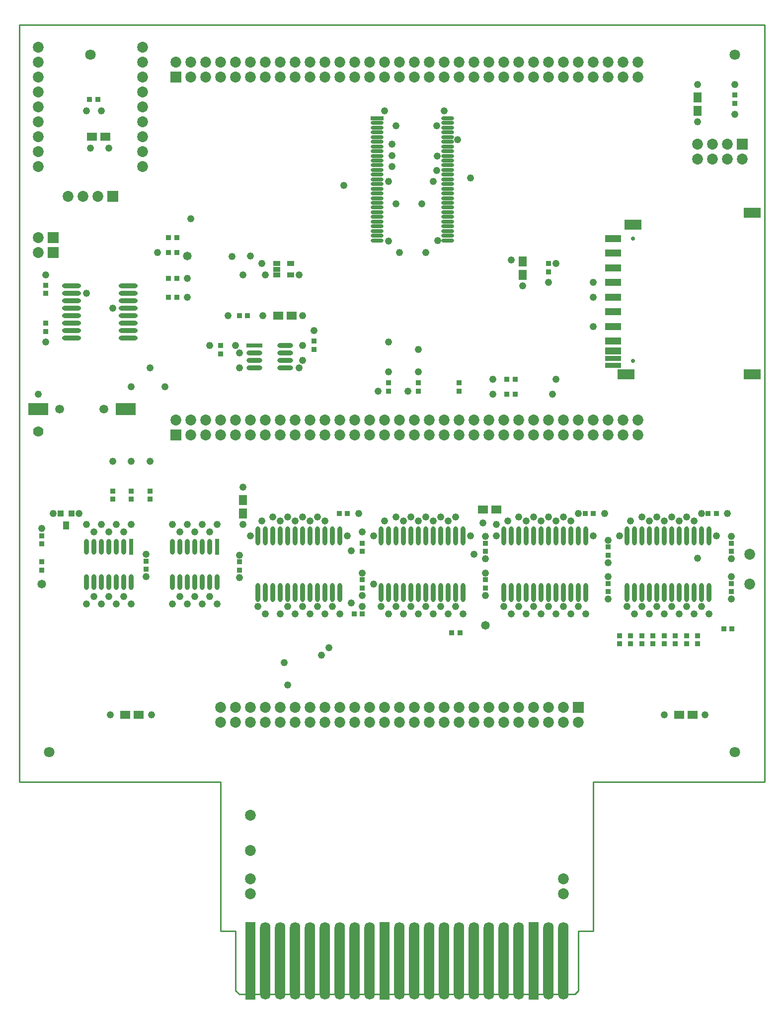
<source format=gts>
G04*
G04 #@! TF.GenerationSoftware,Altium Limited,CircuitStudio,1.5.2 (30)*
G04*
G04 Layer_Color=26367*
%FSLAX25Y25*%
%MOIN*%
G70*
G01*
G75*
%ADD33C,0.01000*%
%ADD59O,0.03200X0.12737*%
%ADD60C,0.07000*%
%ADD61R,0.03800X0.03800*%
%ADD62R,0.13811X0.08300*%
%ADD63O,0.12737X0.03200*%
%ADD64R,0.10642X0.03162*%
%ADD65O,0.10642X0.03162*%
%ADD66O,0.07000X0.52000*%
%ADD67R,0.07000X0.52000*%
%ADD68R,0.04737X0.03556*%
%ADD69R,0.04400X0.05800*%
%ADD70R,0.04400X0.04400*%
%ADD71R,0.08674X0.02572*%
%ADD72O,0.08674X0.02572*%
%ADD73R,0.03162X0.10642*%
%ADD74O,0.03162X0.10642*%
%ADD75R,0.11824X0.06706*%
%ADD76R,0.10642X0.04737*%
%ADD77R,0.10642X0.03753*%
%ADD78R,0.05800X0.06800*%
%ADD79R,0.06800X0.05800*%
%ADD80R,0.03800X0.03800*%
%ADD81C,0.07300*%
%ADD82R,0.07300X0.07300*%
%ADD83C,0.05937*%
%ADD84C,0.02769*%
%ADD85C,0.07100*%
%ADD86R,0.07300X0.07300*%
%ADD87C,0.04800*%
%ADD88C,0.05800*%
D33*
X755000Y1212500D02*
Y1720000D01*
X640000Y1112500D02*
Y1212500D01*
X390000Y1112500D02*
Y1212500D01*
X640000D02*
X755000D01*
X255000D02*
X390000D01*
X400000Y1072500D02*
X402500Y1070000D01*
X627500D02*
X630000Y1072500D01*
X255000Y1212500D02*
Y1720000D01*
X755000D01*
X390000Y1112500D02*
X400000D01*
Y1072500D02*
Y1112500D01*
X402500Y1070000D02*
X627500D01*
X630000Y1072500D02*
Y1112500D01*
X640000D01*
D59*
X470000Y1377500D02*
D03*
X420000D02*
D03*
X415000D02*
D03*
Y1339500D02*
D03*
X465000Y1377500D02*
D03*
X460000D02*
D03*
X455000D02*
D03*
X450000D02*
D03*
X445000D02*
D03*
X440000D02*
D03*
X435000D02*
D03*
X430000D02*
D03*
X425000D02*
D03*
X460000Y1339500D02*
D03*
X465000D02*
D03*
X470000D02*
D03*
X455000D02*
D03*
X445000D02*
D03*
X450000D02*
D03*
X425000D02*
D03*
X440000D02*
D03*
X435000D02*
D03*
X430000D02*
D03*
X420000D02*
D03*
X717500Y1377500D02*
D03*
X667500D02*
D03*
X662500D02*
D03*
Y1339500D02*
D03*
X712500Y1377500D02*
D03*
X707500D02*
D03*
X702500D02*
D03*
X697500D02*
D03*
X692500D02*
D03*
X687500D02*
D03*
X682500D02*
D03*
X677500D02*
D03*
X672500D02*
D03*
X707500Y1339500D02*
D03*
X712500D02*
D03*
X717500D02*
D03*
X702500D02*
D03*
X692500D02*
D03*
X697500D02*
D03*
X672500D02*
D03*
X687500D02*
D03*
X682500D02*
D03*
X677500D02*
D03*
X667500D02*
D03*
X552500Y1377500D02*
D03*
X502500D02*
D03*
X497500D02*
D03*
Y1339500D02*
D03*
X547500Y1377500D02*
D03*
X542500D02*
D03*
X537500D02*
D03*
X532500D02*
D03*
X527500D02*
D03*
X522500D02*
D03*
X517500D02*
D03*
X512500D02*
D03*
X507500D02*
D03*
X542500Y1339500D02*
D03*
X547500D02*
D03*
X552500D02*
D03*
X537500D02*
D03*
X527500D02*
D03*
X532500D02*
D03*
X507500D02*
D03*
X522500D02*
D03*
X517500D02*
D03*
X512500D02*
D03*
X502500D02*
D03*
X635000Y1377500D02*
D03*
X585000D02*
D03*
X580000D02*
D03*
Y1339500D02*
D03*
X630000Y1377500D02*
D03*
X625000D02*
D03*
X620000D02*
D03*
X615000D02*
D03*
X610000D02*
D03*
X605000D02*
D03*
X600000D02*
D03*
X595000D02*
D03*
X590000D02*
D03*
X625000Y1339500D02*
D03*
X630000D02*
D03*
X635000D02*
D03*
X620000D02*
D03*
X610000D02*
D03*
X615000D02*
D03*
X590000D02*
D03*
X605000D02*
D03*
X600000D02*
D03*
X595000D02*
D03*
X585000D02*
D03*
D60*
X267500Y1447500D02*
D03*
D61*
X272500Y1514500D02*
D03*
Y1520000D02*
D03*
Y1545500D02*
D03*
Y1540000D02*
D03*
X550000Y1480000D02*
D03*
Y1474500D02*
D03*
X735000Y1667500D02*
D03*
Y1673000D02*
D03*
X650000Y1364500D02*
D03*
Y1370000D02*
D03*
Y1340000D02*
D03*
Y1345500D02*
D03*
X567500Y1367000D02*
D03*
Y1372500D02*
D03*
Y1342500D02*
D03*
Y1348000D02*
D03*
X485000Y1367000D02*
D03*
Y1372500D02*
D03*
Y1342500D02*
D03*
Y1348000D02*
D03*
X732500Y1367000D02*
D03*
Y1372500D02*
D03*
Y1340000D02*
D03*
Y1345500D02*
D03*
X402500Y1354500D02*
D03*
Y1360000D02*
D03*
X340000Y1355000D02*
D03*
Y1360500D02*
D03*
X270000Y1360000D02*
D03*
Y1354500D02*
D03*
Y1377500D02*
D03*
Y1372000D02*
D03*
X342500Y1407500D02*
D03*
Y1402000D02*
D03*
X317500Y1407500D02*
D03*
Y1402000D02*
D03*
X330000Y1407500D02*
D03*
Y1402000D02*
D03*
X390000Y1505000D02*
D03*
Y1499500D02*
D03*
X452500Y1502500D02*
D03*
Y1508000D02*
D03*
X610000Y1560000D02*
D03*
Y1554500D02*
D03*
X502500Y1480000D02*
D03*
Y1474500D02*
D03*
X522500Y1480000D02*
D03*
Y1474500D02*
D03*
X657500Y1310500D02*
D03*
Y1305000D02*
D03*
X710000Y1310500D02*
D03*
Y1305000D02*
D03*
X702500Y1310500D02*
D03*
Y1305000D02*
D03*
X665000Y1310500D02*
D03*
Y1305000D02*
D03*
X672500Y1310500D02*
D03*
Y1305000D02*
D03*
X680000Y1310500D02*
D03*
Y1305000D02*
D03*
X687500Y1310500D02*
D03*
Y1305000D02*
D03*
X695000Y1310500D02*
D03*
Y1305000D02*
D03*
D62*
X326161Y1462500D02*
D03*
X267500D02*
D03*
D63*
X290000Y1545000D02*
D03*
Y1540000D02*
D03*
Y1535000D02*
D03*
Y1530000D02*
D03*
Y1525000D02*
D03*
Y1520000D02*
D03*
Y1515000D02*
D03*
Y1510000D02*
D03*
X328000Y1535000D02*
D03*
Y1540000D02*
D03*
Y1545000D02*
D03*
Y1530000D02*
D03*
Y1520000D02*
D03*
Y1525000D02*
D03*
Y1515000D02*
D03*
Y1510000D02*
D03*
D64*
X412500Y1505000D02*
D03*
D65*
Y1500000D02*
D03*
Y1495000D02*
D03*
Y1490000D02*
D03*
X433287Y1505000D02*
D03*
Y1500000D02*
D03*
Y1495000D02*
D03*
Y1490000D02*
D03*
D66*
X620000Y1092500D02*
D03*
X610000D02*
D03*
X590000D02*
D03*
X580000D02*
D03*
X570000D02*
D03*
X560000D02*
D03*
X550000D02*
D03*
X540000D02*
D03*
X530000D02*
D03*
X520000D02*
D03*
X510000D02*
D03*
X490000D02*
D03*
X480000D02*
D03*
X470000D02*
D03*
X460000D02*
D03*
X450000D02*
D03*
X440000D02*
D03*
X430000D02*
D03*
X420000D02*
D03*
D67*
X600000D02*
D03*
X500000D02*
D03*
X410000D02*
D03*
D68*
X436949Y1552520D02*
D03*
Y1560000D02*
D03*
X427500Y1552520D02*
D03*
Y1556260D02*
D03*
Y1560000D02*
D03*
D69*
X286200Y1384500D02*
D03*
D70*
X290000Y1392500D02*
D03*
X282500D02*
D03*
D71*
X495000Y1657500D02*
D03*
D72*
Y1654350D02*
D03*
Y1651201D02*
D03*
Y1648051D02*
D03*
Y1644902D02*
D03*
Y1641752D02*
D03*
Y1638602D02*
D03*
Y1635453D02*
D03*
Y1632303D02*
D03*
Y1629153D02*
D03*
Y1626004D02*
D03*
Y1622854D02*
D03*
Y1619705D02*
D03*
Y1616555D02*
D03*
Y1613405D02*
D03*
Y1610256D02*
D03*
Y1607106D02*
D03*
Y1603957D02*
D03*
Y1600807D02*
D03*
Y1597657D02*
D03*
Y1594508D02*
D03*
Y1591358D02*
D03*
Y1588209D02*
D03*
Y1585059D02*
D03*
Y1581909D02*
D03*
Y1578760D02*
D03*
Y1575610D02*
D03*
X542244Y1657500D02*
D03*
Y1654350D02*
D03*
Y1651201D02*
D03*
Y1648051D02*
D03*
Y1644902D02*
D03*
Y1641752D02*
D03*
Y1638602D02*
D03*
Y1635453D02*
D03*
Y1632303D02*
D03*
Y1629153D02*
D03*
Y1626004D02*
D03*
Y1622854D02*
D03*
Y1619705D02*
D03*
Y1616555D02*
D03*
Y1613405D02*
D03*
Y1610256D02*
D03*
Y1607106D02*
D03*
Y1603957D02*
D03*
Y1600807D02*
D03*
Y1597657D02*
D03*
Y1594508D02*
D03*
Y1591358D02*
D03*
Y1588209D02*
D03*
Y1585059D02*
D03*
Y1581909D02*
D03*
Y1578760D02*
D03*
Y1575610D02*
D03*
D73*
X330000Y1370000D02*
D03*
X387500D02*
D03*
D74*
X325000D02*
D03*
X320000D02*
D03*
X315000D02*
D03*
X310000D02*
D03*
X305000D02*
D03*
X300000D02*
D03*
X330000Y1346378D02*
D03*
X325000D02*
D03*
X320000D02*
D03*
X315000D02*
D03*
X310000D02*
D03*
X305000D02*
D03*
X300000D02*
D03*
X382500Y1370000D02*
D03*
X377500D02*
D03*
X372500D02*
D03*
X367500D02*
D03*
X362500D02*
D03*
X357500D02*
D03*
X387500Y1346378D02*
D03*
X382500D02*
D03*
X377500D02*
D03*
X372500D02*
D03*
X367500D02*
D03*
X362500D02*
D03*
X357500D02*
D03*
D75*
X662057Y1485768D02*
D03*
X746703D02*
D03*
Y1594232D02*
D03*
X666486Y1586260D02*
D03*
D76*
X653297Y1576910D02*
D03*
Y1501595D02*
D03*
Y1508287D02*
D03*
Y1517854D02*
D03*
Y1527697D02*
D03*
Y1537539D02*
D03*
Y1547382D02*
D03*
Y1557224D02*
D03*
Y1567067D02*
D03*
D77*
Y1496476D02*
D03*
Y1491752D02*
D03*
D78*
X592500Y1552500D02*
D03*
Y1561500D02*
D03*
X710000Y1671500D02*
D03*
Y1662500D02*
D03*
X405000Y1392500D02*
D03*
Y1401500D02*
D03*
D79*
X575000Y1395000D02*
D03*
X566000D02*
D03*
X335000Y1257500D02*
D03*
X326000D02*
D03*
X697500D02*
D03*
X706500D02*
D03*
X437500Y1525000D02*
D03*
X428500D02*
D03*
X303500Y1645000D02*
D03*
X312500D02*
D03*
D80*
X469500Y1392500D02*
D03*
X475000D02*
D03*
X717000D02*
D03*
X722500D02*
D03*
X634500D02*
D03*
X640000D02*
D03*
X479500Y1325000D02*
D03*
X485000D02*
D03*
X727500Y1315000D02*
D03*
X733000D02*
D03*
X545000Y1312500D02*
D03*
X550500D02*
D03*
X402500Y1525000D02*
D03*
X408000D02*
D03*
X307500Y1670000D02*
D03*
X302000D02*
D03*
X355000Y1537500D02*
D03*
X360500D02*
D03*
X355000Y1550000D02*
D03*
X360500D02*
D03*
X587500Y1482500D02*
D03*
X582000D02*
D03*
X587500Y1472500D02*
D03*
X582000D02*
D03*
X355000Y1577500D02*
D03*
X360500D02*
D03*
X355000Y1567500D02*
D03*
X360500D02*
D03*
D81*
X670000Y1455000D02*
D03*
Y1445000D02*
D03*
X660000Y1455000D02*
D03*
Y1445000D02*
D03*
X650000Y1455000D02*
D03*
Y1445000D02*
D03*
X640000Y1455000D02*
D03*
Y1445000D02*
D03*
X630000Y1455000D02*
D03*
Y1445000D02*
D03*
X620000Y1455000D02*
D03*
Y1445000D02*
D03*
X610000Y1455000D02*
D03*
Y1445000D02*
D03*
X600000Y1455000D02*
D03*
Y1445000D02*
D03*
X590000Y1455000D02*
D03*
Y1445000D02*
D03*
X580000Y1455000D02*
D03*
Y1445000D02*
D03*
X570000Y1455000D02*
D03*
Y1445000D02*
D03*
X560000Y1455000D02*
D03*
Y1445000D02*
D03*
X550000Y1455000D02*
D03*
Y1445000D02*
D03*
X540000Y1455000D02*
D03*
Y1445000D02*
D03*
X530000Y1455000D02*
D03*
Y1445000D02*
D03*
X520000Y1455000D02*
D03*
Y1445000D02*
D03*
X510000Y1455000D02*
D03*
Y1445000D02*
D03*
X500000Y1455000D02*
D03*
Y1445000D02*
D03*
X490000Y1455000D02*
D03*
Y1445000D02*
D03*
X480000Y1455000D02*
D03*
Y1445000D02*
D03*
X470000Y1455000D02*
D03*
Y1445000D02*
D03*
X460000Y1455000D02*
D03*
Y1445000D02*
D03*
X450000Y1455000D02*
D03*
Y1445000D02*
D03*
X440000Y1455000D02*
D03*
Y1445000D02*
D03*
X430000Y1455000D02*
D03*
Y1445000D02*
D03*
X420000Y1455000D02*
D03*
Y1445000D02*
D03*
X410000Y1455000D02*
D03*
Y1445000D02*
D03*
X400000Y1455000D02*
D03*
Y1445000D02*
D03*
X390000Y1455000D02*
D03*
Y1445000D02*
D03*
X380000Y1455000D02*
D03*
Y1445000D02*
D03*
X370000Y1455000D02*
D03*
Y1445000D02*
D03*
X360000Y1455000D02*
D03*
X670000Y1695000D02*
D03*
Y1685000D02*
D03*
X660000Y1695000D02*
D03*
Y1685000D02*
D03*
X650000Y1695000D02*
D03*
Y1685000D02*
D03*
X640000Y1695000D02*
D03*
Y1685000D02*
D03*
X630000Y1695000D02*
D03*
Y1685000D02*
D03*
X620000Y1695000D02*
D03*
Y1685000D02*
D03*
X610000Y1695000D02*
D03*
Y1685000D02*
D03*
X600000Y1695000D02*
D03*
Y1685000D02*
D03*
X590000Y1695000D02*
D03*
Y1685000D02*
D03*
X580000Y1695000D02*
D03*
Y1685000D02*
D03*
X570000Y1695000D02*
D03*
Y1685000D02*
D03*
X560000Y1695000D02*
D03*
Y1685000D02*
D03*
X550000Y1695000D02*
D03*
Y1685000D02*
D03*
X540000Y1695000D02*
D03*
Y1685000D02*
D03*
X530000Y1695000D02*
D03*
Y1685000D02*
D03*
X520000Y1695000D02*
D03*
Y1685000D02*
D03*
X510000Y1695000D02*
D03*
Y1685000D02*
D03*
X500000Y1695000D02*
D03*
Y1685000D02*
D03*
X490000Y1695000D02*
D03*
Y1685000D02*
D03*
X480000Y1695000D02*
D03*
Y1685000D02*
D03*
X470000Y1695000D02*
D03*
Y1685000D02*
D03*
X460000Y1695000D02*
D03*
Y1685000D02*
D03*
X450000Y1695000D02*
D03*
Y1685000D02*
D03*
X440000Y1695000D02*
D03*
Y1685000D02*
D03*
X430000Y1695000D02*
D03*
Y1685000D02*
D03*
X420000Y1695000D02*
D03*
Y1685000D02*
D03*
X410000Y1695000D02*
D03*
Y1685000D02*
D03*
X400000Y1695000D02*
D03*
Y1685000D02*
D03*
X390000Y1695000D02*
D03*
Y1685000D02*
D03*
X380000Y1695000D02*
D03*
Y1685000D02*
D03*
X370000Y1695000D02*
D03*
Y1685000D02*
D03*
X360000Y1695000D02*
D03*
X740000Y1630000D02*
D03*
X730000Y1640000D02*
D03*
Y1630000D02*
D03*
X720000Y1640000D02*
D03*
Y1630000D02*
D03*
X710000Y1640000D02*
D03*
Y1630000D02*
D03*
X630000Y1252500D02*
D03*
X620000Y1262500D02*
D03*
Y1252500D02*
D03*
X400000Y1262500D02*
D03*
Y1252500D02*
D03*
X390000Y1262500D02*
D03*
Y1252500D02*
D03*
X420000Y1262500D02*
D03*
Y1252500D02*
D03*
X410000Y1262500D02*
D03*
Y1252500D02*
D03*
X610000Y1262500D02*
D03*
Y1252500D02*
D03*
X600000Y1262500D02*
D03*
Y1252500D02*
D03*
X590000Y1262500D02*
D03*
Y1252500D02*
D03*
X580000Y1262500D02*
D03*
Y1252500D02*
D03*
X570000Y1262500D02*
D03*
Y1252500D02*
D03*
X560000Y1262500D02*
D03*
Y1252500D02*
D03*
X550000Y1262500D02*
D03*
Y1252500D02*
D03*
X540000Y1262500D02*
D03*
Y1252500D02*
D03*
X530000Y1262500D02*
D03*
Y1252500D02*
D03*
X520000Y1262500D02*
D03*
Y1252500D02*
D03*
X510000Y1262500D02*
D03*
Y1252500D02*
D03*
X500000Y1262500D02*
D03*
Y1252500D02*
D03*
X490000Y1262500D02*
D03*
Y1252500D02*
D03*
X480000Y1262500D02*
D03*
Y1252500D02*
D03*
X470000Y1262500D02*
D03*
Y1252500D02*
D03*
X460000Y1262500D02*
D03*
Y1252500D02*
D03*
X450000Y1262500D02*
D03*
Y1252500D02*
D03*
X440000Y1262500D02*
D03*
Y1252500D02*
D03*
X430000Y1262500D02*
D03*
Y1252500D02*
D03*
X267500Y1705000D02*
D03*
Y1695000D02*
D03*
Y1685000D02*
D03*
Y1675000D02*
D03*
Y1665000D02*
D03*
Y1655000D02*
D03*
Y1645000D02*
D03*
Y1635000D02*
D03*
Y1625000D02*
D03*
X337500Y1705000D02*
D03*
Y1695000D02*
D03*
Y1685000D02*
D03*
Y1675000D02*
D03*
Y1665000D02*
D03*
Y1655000D02*
D03*
Y1645000D02*
D03*
Y1635000D02*
D03*
Y1625000D02*
D03*
X287500Y1605000D02*
D03*
X297500D02*
D03*
X307500D02*
D03*
X410000Y1147500D02*
D03*
Y1137500D02*
D03*
X620000D02*
D03*
Y1147500D02*
D03*
X267500Y1577500D02*
D03*
Y1567500D02*
D03*
X410000Y1166378D02*
D03*
Y1190000D02*
D03*
X745000Y1365000D02*
D03*
Y1345000D02*
D03*
D82*
X360000Y1445000D02*
D03*
Y1685000D02*
D03*
X740000Y1640000D02*
D03*
X630000Y1262500D02*
D03*
X317500Y1605000D02*
D03*
D83*
X311595Y1462500D02*
D03*
X282067D02*
D03*
D84*
X666486Y1576910D02*
D03*
Y1494724D02*
D03*
D85*
X302500Y1700000D02*
D03*
X275000Y1232500D02*
D03*
X735000D02*
D03*
X735000Y1700000D02*
D03*
D86*
X277500Y1577500D02*
D03*
Y1567500D02*
D03*
D87*
X317500Y1530000D02*
D03*
X342500Y1490000D02*
D03*
X330000Y1477500D02*
D03*
X267500Y1472500D02*
D03*
X300000Y1540000D02*
D03*
X367500Y1537500D02*
D03*
Y1550000D02*
D03*
X397480Y1564980D02*
D03*
X410000Y1565000D02*
D03*
X272500Y1552500D02*
D03*
Y1507500D02*
D03*
X452500Y1515000D02*
D03*
X402500Y1500000D02*
D03*
X400000Y1505000D02*
D03*
X402500Y1490000D02*
D03*
X640118Y1517854D02*
D03*
X640039Y1537539D02*
D03*
X640118Y1547382D02*
D03*
X277500Y1392500D02*
D03*
X330000Y1427500D02*
D03*
X342500D02*
D03*
X317500D02*
D03*
X567500Y1377000D02*
D03*
X650000Y1374500D02*
D03*
X732500Y1377000D02*
D03*
X722500Y1377500D02*
D03*
X640000D02*
D03*
X557500D02*
D03*
X475000D02*
D03*
X566000Y1386000D02*
D03*
X445000Y1505000D02*
D03*
X395000Y1525000D02*
D03*
X445000D02*
D03*
X560000Y1365000D02*
D03*
X405000Y1410000D02*
D03*
X485000Y1380000D02*
D03*
X382500Y1505000D02*
D03*
X302500Y1637500D02*
D03*
X310000Y1662500D02*
D03*
X710000Y1362500D02*
D03*
X717500Y1325000D02*
D03*
X635000D02*
D03*
X552500D02*
D03*
X470000D02*
D03*
X387500Y1331878D02*
D03*
X330000D02*
D03*
X485000Y1337500D02*
D03*
X340000Y1350000D02*
D03*
X567500Y1337500D02*
D03*
X650000Y1335000D02*
D03*
X732500D02*
D03*
X715000Y1257500D02*
D03*
X316000D02*
D03*
X402500Y1349500D02*
D03*
X585000Y1562500D02*
D03*
X592500Y1545000D02*
D03*
X610000Y1547500D02*
D03*
X615000Y1560000D02*
D03*
X572500Y1482500D02*
D03*
Y1472500D02*
D03*
X300000Y1662500D02*
D03*
X315000Y1637500D02*
D03*
X477500Y1367500D02*
D03*
X402500Y1364500D02*
D03*
X343500Y1257500D02*
D03*
X687500D02*
D03*
X418250Y1525000D02*
D03*
X445000Y1495000D02*
D03*
X442500Y1490000D02*
D03*
X460000Y1387500D02*
D03*
X455000Y1390000D02*
D03*
X450000Y1387500D02*
D03*
X445000Y1390000D02*
D03*
X440000Y1387500D02*
D03*
X435000Y1390000D02*
D03*
X430000Y1387500D02*
D03*
X425000Y1390000D02*
D03*
X547500D02*
D03*
X542500Y1387500D02*
D03*
X537500Y1390000D02*
D03*
X532500Y1387500D02*
D03*
X527500Y1390000D02*
D03*
X522500Y1387500D02*
D03*
X517500Y1390000D02*
D03*
X512500Y1387500D02*
D03*
X507500Y1390000D02*
D03*
X630000Y1392500D02*
D03*
X625000Y1387500D02*
D03*
X620000Y1390000D02*
D03*
X615000Y1387500D02*
D03*
X610000Y1390000D02*
D03*
X605000Y1387500D02*
D03*
X600000Y1390000D02*
D03*
X595000Y1387500D02*
D03*
X590000Y1390000D02*
D03*
X712500Y1392500D02*
D03*
X707500Y1387500D02*
D03*
X702500Y1390000D02*
D03*
X697500Y1387500D02*
D03*
X692500Y1390000D02*
D03*
X687500Y1387500D02*
D03*
X682500Y1390000D02*
D03*
X677500Y1387500D02*
D03*
X672500Y1390000D02*
D03*
X300000Y1331878D02*
D03*
X315000Y1336878D02*
D03*
X575000Y1385000D02*
D03*
X405000D02*
D03*
X482500Y1392500D02*
D03*
X410000Y1377500D02*
D03*
X417500Y1387500D02*
D03*
X492500Y1377500D02*
D03*
X500000Y1387500D02*
D03*
X647500Y1392500D02*
D03*
X582500Y1387500D02*
D03*
X575000Y1377500D02*
D03*
X657500D02*
D03*
X665000Y1387500D02*
D03*
X730000Y1392500D02*
D03*
X732500Y1350000D02*
D03*
Y1362000D02*
D03*
X650000Y1359500D02*
D03*
Y1350000D02*
D03*
X567500Y1362000D02*
D03*
Y1352500D02*
D03*
X270000Y1382500D02*
D03*
X340000Y1365000D02*
D03*
X485000Y1330000D02*
D03*
X477500Y1332500D02*
D03*
X492500Y1345000D02*
D03*
X485000Y1352500D02*
D03*
X325000Y1336878D02*
D03*
X320000Y1331878D02*
D03*
X310000D02*
D03*
X305000Y1336878D02*
D03*
X300000Y1385000D02*
D03*
X305000Y1380000D02*
D03*
X310000Y1385000D02*
D03*
X315000Y1380000D02*
D03*
X320000Y1385000D02*
D03*
X330000D02*
D03*
X325000Y1380000D02*
D03*
X377500Y1385000D02*
D03*
X295000Y1392500D02*
D03*
X435000Y1277500D02*
D03*
X357500Y1385000D02*
D03*
X362500Y1380000D02*
D03*
X367500Y1385000D02*
D03*
X372500Y1380000D02*
D03*
X387500Y1385000D02*
D03*
X382500Y1380000D02*
D03*
X432500Y1292500D02*
D03*
X457500Y1297500D02*
D03*
X462500Y1302500D02*
D03*
X357500Y1331878D02*
D03*
X362500Y1336878D02*
D03*
X367500Y1331878D02*
D03*
X372500Y1336878D02*
D03*
X377500Y1331878D02*
D03*
X382500Y1336878D02*
D03*
X415000Y1330000D02*
D03*
X420000Y1325000D02*
D03*
X430000D02*
D03*
X435000Y1330000D02*
D03*
X440000Y1325000D02*
D03*
X445000Y1330000D02*
D03*
X450000Y1325000D02*
D03*
X455000Y1330000D02*
D03*
X460000Y1325000D02*
D03*
X465000Y1330000D02*
D03*
X497500D02*
D03*
X542500Y1325000D02*
D03*
X547500Y1330000D02*
D03*
X630000D02*
D03*
X625000Y1325000D02*
D03*
X712500Y1330000D02*
D03*
X707500Y1325000D02*
D03*
X702500Y1330000D02*
D03*
X697500Y1325000D02*
D03*
X692500Y1330000D02*
D03*
X687500Y1325000D02*
D03*
X682500Y1330000D02*
D03*
X677500Y1325000D02*
D03*
X672500Y1330000D02*
D03*
X667500Y1325000D02*
D03*
X662500Y1330000D02*
D03*
X580000D02*
D03*
X540000Y1662500D02*
D03*
X535000Y1652500D02*
D03*
X535197Y1632303D02*
D03*
X535000Y1622500D02*
D03*
X549000Y1643000D02*
D03*
X532500Y1615000D02*
D03*
X535610Y1575610D02*
D03*
X502500Y1575000D02*
D03*
Y1615000D02*
D03*
X505000Y1625000D02*
D03*
Y1632500D02*
D03*
Y1640000D02*
D03*
X507500Y1652500D02*
D03*
X500000Y1662500D02*
D03*
X510000Y1567500D02*
D03*
X527500D02*
D03*
X507500Y1600000D02*
D03*
X525000D02*
D03*
X557500Y1617500D02*
D03*
X472500Y1612500D02*
D03*
X710000Y1655000D02*
D03*
X735000Y1660000D02*
D03*
X710000Y1680000D02*
D03*
X735000D02*
D03*
X347500Y1567500D02*
D03*
X370000Y1590000D02*
D03*
X495500Y1474500D02*
D03*
X522500Y1502500D02*
D03*
X442480Y1552520D02*
D03*
X417500Y1560000D02*
D03*
X420000Y1552500D02*
D03*
X405000D02*
D03*
X615000Y1482500D02*
D03*
X612500Y1472500D02*
D03*
X585000Y1325000D02*
D03*
X590000Y1330000D02*
D03*
X595000Y1325000D02*
D03*
X600000Y1330000D02*
D03*
X605000Y1325000D02*
D03*
X610000Y1330000D02*
D03*
X615000Y1325000D02*
D03*
X620000Y1330000D02*
D03*
X502500Y1325000D02*
D03*
X507500Y1330000D02*
D03*
X512500Y1325000D02*
D03*
X517500Y1330000D02*
D03*
X522500Y1325000D02*
D03*
X527500Y1330000D02*
D03*
X532500Y1325000D02*
D03*
X537500Y1330000D02*
D03*
X352500Y1477500D02*
D03*
X502500Y1487500D02*
D03*
Y1507500D02*
D03*
X515500Y1474500D02*
D03*
X522500Y1487500D02*
D03*
D88*
X567500Y1317500D02*
D03*
X270000Y1345000D02*
D03*
X367500Y1565000D02*
D03*
M02*

</source>
